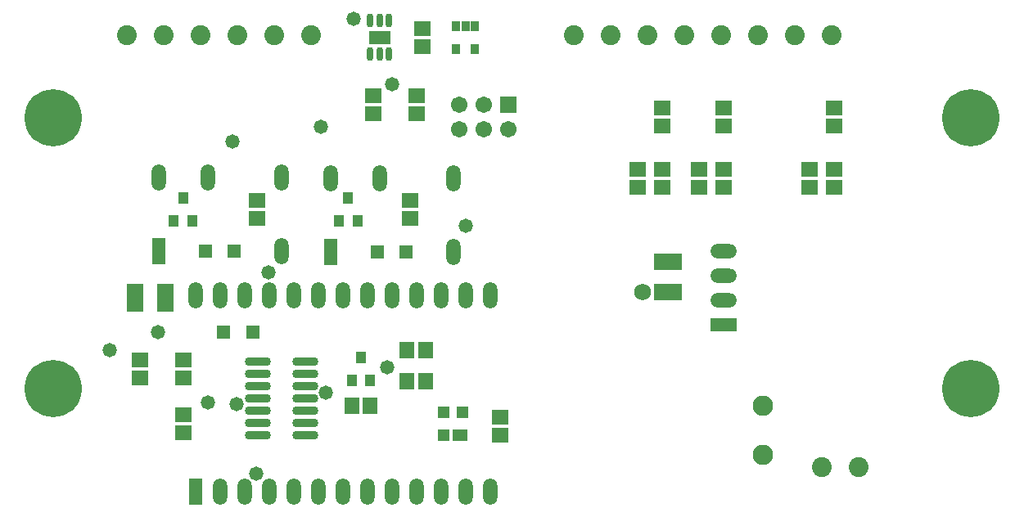
<source format=gbs>
G04 Layer_Color=16711935*
%FSLAX25Y25*%
%MOIN*%
G70*
G01*
G75*
%ADD51R,0.05918X0.06706*%
%ADD53R,0.06706X0.05918*%
%ADD54R,0.10800X0.05800*%
%ADD55O,0.10800X0.05800*%
%ADD56C,0.08083*%
%ADD57R,0.05800X0.10800*%
%ADD58O,0.05800X0.10800*%
%ADD59C,0.08300*%
%ADD60R,0.06706X0.06706*%
%ADD61C,0.06706*%
%ADD62C,0.06800*%
%ADD63C,0.05800*%
%ADD64C,0.23300*%
%ADD65R,0.06706X0.11824*%
%ADD66R,0.04343X0.04540*%
%ADD67R,0.04343X0.04540*%
%ADD68R,0.03359X0.04343*%
%ADD69R,0.11824X0.06706*%
%ADD70O,0.02572X0.05721*%
%ADD71R,0.08674X0.05721*%
%ADD72R,0.05721X0.05721*%
%ADD73O,0.10642X0.03556*%
%ADD74R,0.04540X0.05131*%
%ADD75R,0.04540X0.05131*%
%ADD76R,0.06312X0.05131*%
D51*
X151692Y2995D02*
D03*
X144212D02*
D03*
X129192Y-7005D02*
D03*
X121712D02*
D03*
X144212Y15495D02*
D03*
X151692D02*
D03*
D53*
X182000Y-19240D02*
D03*
Y-11760D02*
D03*
X247952Y81755D02*
D03*
Y89236D02*
D03*
Y114236D02*
D03*
Y106755D02*
D03*
X237952Y81755D02*
D03*
Y89236D02*
D03*
X307952Y81755D02*
D03*
Y89236D02*
D03*
X52952Y-18245D02*
D03*
Y-10764D02*
D03*
X262952Y81755D02*
D03*
Y89236D02*
D03*
X52952Y4255D02*
D03*
Y11736D02*
D03*
X150452Y146736D02*
D03*
Y139255D02*
D03*
X145452Y69255D02*
D03*
Y76736D02*
D03*
X82952Y69255D02*
D03*
Y76736D02*
D03*
X317952Y106755D02*
D03*
Y114236D02*
D03*
Y89236D02*
D03*
Y81755D02*
D03*
X272952Y106755D02*
D03*
Y114236D02*
D03*
Y89236D02*
D03*
Y81755D02*
D03*
X35452Y4255D02*
D03*
Y11736D02*
D03*
X147952Y111755D02*
D03*
Y119236D02*
D03*
X130452D02*
D03*
Y111755D02*
D03*
D54*
X272952Y25995D02*
D03*
D55*
Y35995D02*
D03*
Y45995D02*
D03*
Y55995D02*
D03*
D56*
X241952Y143995D02*
D03*
X226952D02*
D03*
X211952D02*
D03*
X301952D02*
D03*
X286952D02*
D03*
X271952D02*
D03*
X256952D02*
D03*
X316952D02*
D03*
X312952Y-32005D02*
D03*
X327952D02*
D03*
X104952Y143995D02*
D03*
X44952D02*
D03*
X59952D02*
D03*
X74952D02*
D03*
X89952D02*
D03*
X29952D02*
D03*
D57*
X112952Y55495D02*
D03*
X42952Y55995D02*
D03*
X57952Y-42005D02*
D03*
D58*
X132952Y85495D02*
D03*
X162952Y55495D02*
D03*
X112952Y85495D02*
D03*
X162952D02*
D03*
X62952Y85995D02*
D03*
X92952Y55995D02*
D03*
X42952Y85995D02*
D03*
X92952D02*
D03*
X177952Y37995D02*
D03*
X167952D02*
D03*
X157952D02*
D03*
X147952D02*
D03*
X137952D02*
D03*
X127952D02*
D03*
X117952D02*
D03*
X107952D02*
D03*
X97952D02*
D03*
X87952D02*
D03*
X77952D02*
D03*
X67952D02*
D03*
X57952D02*
D03*
X177952Y-42005D02*
D03*
X167952D02*
D03*
X157952D02*
D03*
X147952D02*
D03*
X137952D02*
D03*
X127952D02*
D03*
X117952D02*
D03*
X107952D02*
D03*
X97952D02*
D03*
X87952D02*
D03*
X77952D02*
D03*
X67952D02*
D03*
D59*
X288952Y-27005D02*
D03*
Y-7005D02*
D03*
D60*
X185452Y115495D02*
D03*
D61*
Y105495D02*
D03*
X175452Y115495D02*
D03*
Y105495D02*
D03*
X165452Y115495D02*
D03*
Y105495D02*
D03*
D62*
X240000Y39393D02*
D03*
D63*
X23000Y15500D02*
D03*
X122500Y150500D02*
D03*
X82752Y-34605D02*
D03*
X42752Y22995D02*
D03*
X72952Y100595D02*
D03*
X63252Y-5805D02*
D03*
X111052Y-1805D02*
D03*
X87752Y47095D02*
D03*
X136052Y8695D02*
D03*
X167952Y66195D02*
D03*
X137952Y123795D02*
D03*
X108952Y106495D02*
D03*
X74852Y-6405D02*
D03*
D64*
X0Y110205D02*
D03*
Y0D02*
D03*
X373775D02*
D03*
Y110205D02*
D03*
D65*
X45705Y37000D02*
D03*
X33500D02*
D03*
D66*
X129192Y3369D02*
D03*
X125452Y12621D02*
D03*
X123943Y68369D02*
D03*
X120203Y77621D02*
D03*
X56692Y68369D02*
D03*
X52952Y77621D02*
D03*
D67*
X121712Y3369D02*
D03*
X116462Y68369D02*
D03*
X49212D02*
D03*
D68*
X164212Y138271D02*
D03*
X171692D02*
D03*
Y147720D02*
D03*
X167952D02*
D03*
X164212D02*
D03*
D69*
X250452Y51598D02*
D03*
Y39393D02*
D03*
D70*
X129015Y149885D02*
D03*
X132952D02*
D03*
X136889D02*
D03*
Y136106D02*
D03*
X132952D02*
D03*
X129015D02*
D03*
D71*
X132952Y142995D02*
D03*
D72*
X81358Y22995D02*
D03*
X69547D02*
D03*
X73858Y55995D02*
D03*
X62047D02*
D03*
X143858Y55495D02*
D03*
X132047D02*
D03*
D73*
X102598Y10995D02*
D03*
Y5995D02*
D03*
Y995D02*
D03*
Y-4005D02*
D03*
Y-9005D02*
D03*
Y-14005D02*
D03*
Y-19005D02*
D03*
X83307Y10995D02*
D03*
Y5995D02*
D03*
Y995D02*
D03*
Y-4005D02*
D03*
Y-9005D02*
D03*
Y-14005D02*
D03*
Y-19005D02*
D03*
D74*
X166692Y-9780D02*
D03*
X159212Y-19229D02*
D03*
D75*
Y-9780D02*
D03*
D76*
X165905Y-19229D02*
D03*
M02*

</source>
